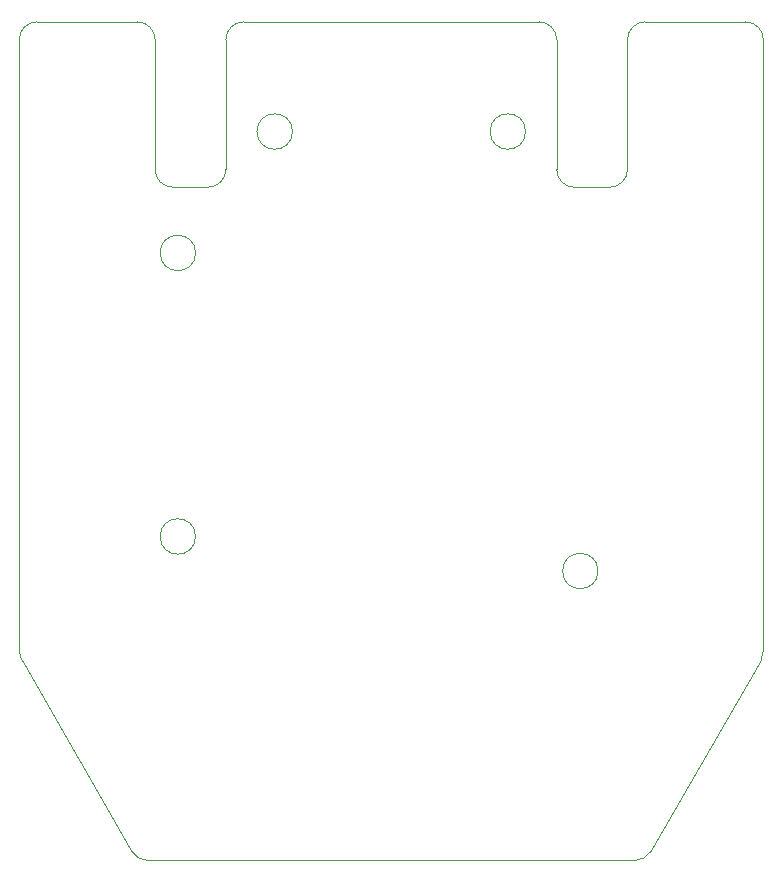
<source format=gm1>
G04 #@! TF.GenerationSoftware,KiCad,Pcbnew,(5.1.4)-1*
G04 #@! TF.CreationDate,2019-11-18T10:56:31+03:00*
G04 #@! TF.ProjectId,123,3132332e-6b69-4636-9164-5f7063625858,rev?*
G04 #@! TF.SameCoordinates,Original*
G04 #@! TF.FileFunction,Profile,NP*
%FSLAX46Y46*%
G04 Gerber Fmt 4.6, Leading zero omitted, Abs format (unit mm)*
G04 Created by KiCad (PCBNEW (5.1.4)-1) date 2019-11-18 10:56:31*
%MOMM*%
%LPD*%
G04 APERTURE LIST*
%ADD10C,0.100000*%
G04 APERTURE END LIST*
D10*
X29444000Y-57615000D02*
G75*
G03X29444000Y-57615000I-1500000J0D01*
G01*
X77516000Y-67320569D02*
G75*
G02X77315038Y-68070569I-1500000J0D01*
G01*
X14716962Y-68070569D02*
G75*
G02X14516000Y-67320569I1299038J750000D01*
G01*
X25382025Y-85043000D02*
G75*
G02X24082987Y-84293000I0J1500000D01*
G01*
X67949013Y-84293000D02*
G75*
G02X66649975Y-85043000I-1299038J750000D01*
G01*
X14516000Y-15543000D02*
X14516000Y-67320569D01*
X63517000Y-60540000D02*
G75*
G03X63517000Y-60540000I-1500000J0D01*
G01*
X57387000Y-23330000D02*
G75*
G03X57387000Y-23330000I-1500000J0D01*
G01*
X29444000Y-33612000D02*
G75*
G03X29444000Y-33612000I-1500000J0D01*
G01*
X37647000Y-23330000D02*
G75*
G03X37647000Y-23330000I-1500000J0D01*
G01*
X24516000Y-14043000D02*
X16016000Y-14043000D01*
X60016000Y-26543000D02*
X60016000Y-15543000D01*
X58516000Y-14043000D02*
X33516000Y-14043000D01*
X25382025Y-85043000D02*
X66649975Y-85043000D01*
X67949013Y-84293000D02*
X77315038Y-68070569D01*
X30516000Y-28043000D02*
X27516000Y-28043000D01*
X64516000Y-28043000D02*
X61516000Y-28043000D01*
X32016000Y-15543000D02*
X32016000Y-26543000D01*
X77516000Y-67320569D02*
X77516000Y-15543000D01*
X76016000Y-14043000D02*
X67516000Y-14043000D01*
X26016000Y-26543000D02*
X26016000Y-15543000D01*
X66016000Y-15543000D02*
X66016000Y-26543000D01*
X14716962Y-68070569D02*
X24082987Y-84293000D01*
X32016000Y-15543000D02*
G75*
G02X33516000Y-14043000I1500000J0D01*
G01*
X27516000Y-28043000D02*
G75*
G02X26016000Y-26543000I0J1500000D01*
G01*
X24516000Y-14043000D02*
G75*
G02X26016000Y-15543000I0J-1500000D01*
G01*
X32016000Y-26543000D02*
G75*
G02X30516000Y-28043000I-1500000J0D01*
G01*
X14516000Y-15543000D02*
G75*
G02X16016000Y-14043000I1500000J0D01*
G01*
X61516000Y-28043000D02*
G75*
G02X60016000Y-26543000I0J1500000D01*
G01*
X76016000Y-14043000D02*
G75*
G02X77516000Y-15543000I0J-1500000D01*
G01*
X66016000Y-15543000D02*
G75*
G02X67516000Y-14043000I1500000J0D01*
G01*
X58516000Y-14043000D02*
G75*
G02X60016000Y-15543000I0J-1500000D01*
G01*
X66016000Y-26543000D02*
G75*
G02X64516000Y-28043000I-1500000J0D01*
G01*
M02*

</source>
